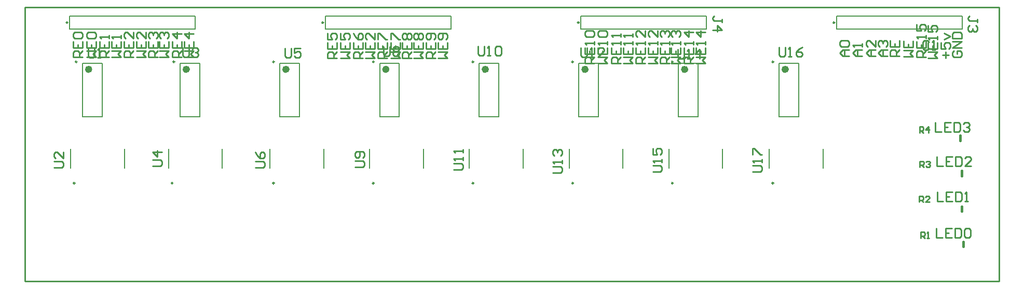
<source format=gto>
G04*
G04 #@! TF.GenerationSoftware,Altium Limited,Altium Designer,25.2.1 (25)*
G04*
G04 Layer_Color=65535*
%FSAX44Y44*%
%MOMM*%
G71*
G04*
G04 #@! TF.SameCoordinates,F3945BAA-94F4-4F02-825A-217E7DD4EA31*
G04*
G04*
G04 #@! TF.FilePolarity,Positive*
G04*
G01*
G75*
%ADD10C,0.2500*%
%ADD11C,0.6000*%
%ADD12C,0.2540*%
%ADD13C,0.2000*%
%ADD14C,0.4000*%
D10*
X00873629Y01145500D02*
G03*
X00873629Y01145500I-00001250J00000000D01*
G01*
X01370750Y01407500D02*
G03*
X01370750Y01407500I-00001250J00000000D01*
G01*
X00536750Y01407499D02*
G03*
X00536750Y01407499I-00001250J00000000D01*
G01*
X00953750Y01407500D02*
G03*
X00953750Y01407500I-00001250J00000000D01*
G01*
X01787750Y01407500D02*
G03*
X01787750Y01407500I-00001250J00000000D01*
G01*
X01036243Y01145500D02*
G03*
X01036243Y01145500I-00001250J00000000D01*
G01*
X01198857D02*
G03*
X01198857Y01145500I-00001250J00000000D01*
G01*
X01361471D02*
G03*
X01361471Y01145500I-00001250J00000000D01*
G01*
X00708100D02*
G03*
X00708100Y01145500I-00001250J00000000D01*
G01*
X00548400D02*
G03*
X00548400Y01145500I-00001250J00000000D01*
G01*
X01688150Y01145500D02*
G03*
X01688150Y01145500I-00001250J00000000D01*
G01*
X01198857Y01343550D02*
G03*
X01198857Y01343550I-00001250J00000000D01*
G01*
X00711014Y01343550D02*
G03*
X00711014Y01343550I-00001250J00000000D01*
G01*
X01361471Y01343550D02*
G03*
X01361471Y01343550I-00001250J00000000D01*
G01*
X01524086Y01343550D02*
G03*
X01524086Y01343550I-00001250J00000000D01*
G01*
X01524086Y01145500D02*
G03*
X01524086Y01145500I-00001250J00000000D01*
G01*
X01688150Y01343550D02*
G03*
X01688150Y01343550I-00001250J00000000D01*
G01*
X00873629Y01343550D02*
G03*
X00873629Y01343550I-00001250J00000000D01*
G01*
X00551750Y01343550D02*
G03*
X00551750Y01343550I-00001250J00000000D01*
G01*
X01036583Y01343550D02*
G03*
X01036583Y01343550I-00001250J00000000D01*
G01*
D11*
X01220857Y01331200D02*
G03*
X01220857Y01331200I-00003000J00000000D01*
G01*
X00733015Y01331200D02*
G03*
X00733015Y01331200I-00003000J00000000D01*
G01*
X01383471Y01331200D02*
G03*
X01383471Y01331200I-00003000J00000000D01*
G01*
X01546086Y01331200D02*
G03*
X01546086Y01331200I-00003000J00000000D01*
G01*
X01710150Y01331200D02*
G03*
X01710150Y01331200I-00003000J00000000D01*
G01*
X00895629Y01331200D02*
G03*
X00895629Y01331200I-00003000J00000000D01*
G01*
X00573750Y01331200D02*
G03*
X00573750Y01331200I-00003000J00000000D01*
G01*
X01058584Y01331200D02*
G03*
X01058584Y01331200I-00003000J00000000D01*
G01*
D12*
X00467250Y00985250D02*
X02055750D01*
X00467250Y01432250D02*
X02055750D01*
Y00985250D02*
Y01432250D01*
X00467250Y00985250D02*
Y01432250D01*
X00561210Y01351540D02*
X00545975D01*
Y01359158D01*
X00548514Y01361697D01*
X00553592D01*
X00556132Y01359158D01*
Y01351540D01*
Y01356618D02*
X00561210Y01361697D01*
X00545975Y01376932D02*
Y01366775D01*
X00561210D01*
Y01376932D01*
X00553592Y01366775D02*
Y01371853D01*
X00548514Y01382010D02*
X00545975Y01384549D01*
Y01389628D01*
X00548514Y01392167D01*
X00558671D01*
X00561210Y01389628D01*
Y01384549D01*
X00558671Y01382010D01*
X00548514D01*
X00567225Y01351540D02*
X00582460D01*
X00577382Y01356618D01*
X00582460Y01361697D01*
X00567225D01*
Y01376932D02*
Y01366775D01*
X00582460D01*
Y01376932D01*
X00574842Y01366775D02*
Y01371853D01*
X00569764Y01382010D02*
X00567225Y01384549D01*
Y01389628D01*
X00569764Y01392167D01*
X00579921D01*
X00582460Y01389628D01*
Y01384549D01*
X00579921Y01382010D01*
X00569764D01*
X00603960Y01351540D02*
X00588725D01*
Y01359158D01*
X00591264Y01361697D01*
X00596342D01*
X00598882Y01359158D01*
Y01351540D01*
Y01356618D02*
X00603960Y01361697D01*
X00588725Y01376932D02*
Y01366775D01*
X00603960D01*
Y01376932D01*
X00596342Y01366775D02*
Y01371853D01*
X00603960Y01382010D02*
Y01387088D01*
Y01384549D01*
X00588725D01*
X00591264Y01382010D01*
X00608225Y01351540D02*
X00623460D01*
X00618382Y01356618D01*
X00623460Y01361697D01*
X00608225D01*
Y01376932D02*
Y01366775D01*
X00623460D01*
Y01376932D01*
X00615843Y01366775D02*
Y01371853D01*
X00623460Y01382010D02*
Y01387088D01*
Y01384549D01*
X00608225D01*
X00610764Y01382010D01*
X00643460Y01351540D02*
X00628225D01*
Y01359158D01*
X00630764Y01361697D01*
X00635842D01*
X00638382Y01359158D01*
Y01351540D01*
Y01356618D02*
X00643460Y01361697D01*
X00628225Y01376932D02*
Y01366775D01*
X00643460D01*
Y01376932D01*
X00635842Y01366775D02*
Y01371853D01*
X00643460Y01392167D02*
Y01382010D01*
X00633303Y01392167D01*
X00630764D01*
X00628225Y01389628D01*
Y01384549D01*
X00630764Y01382010D01*
X00649225Y01351540D02*
X00664460D01*
X00659382Y01356618D01*
X00664460Y01361697D01*
X00649225D01*
Y01376932D02*
Y01366775D01*
X00664460D01*
Y01376932D01*
X00656842Y01366775D02*
Y01371853D01*
X00664460Y01392167D02*
Y01382010D01*
X00654303Y01392167D01*
X00651764D01*
X00649225Y01389628D01*
Y01384549D01*
X00651764Y01382010D01*
X00683710Y01351540D02*
X00668475D01*
Y01359158D01*
X00671014Y01361697D01*
X00676093D01*
X00678632Y01359158D01*
Y01351540D01*
Y01356618D02*
X00683710Y01361697D01*
X00668475Y01376932D02*
Y01366775D01*
X00683710D01*
Y01376932D01*
X00676093Y01366775D02*
Y01371853D01*
X00671014Y01382010D02*
X00668475Y01384549D01*
Y01389628D01*
X00671014Y01392167D01*
X00673553D01*
X00676093Y01389628D01*
Y01387088D01*
Y01389628D01*
X00678632Y01392167D01*
X00681171D01*
X00683710Y01389628D01*
Y01384549D01*
X00681171Y01382010D01*
X00686475Y01351540D02*
X00701710D01*
X00696632Y01356618D01*
X00701710Y01361697D01*
X00686475D01*
Y01376932D02*
Y01366775D01*
X00701710D01*
Y01376932D01*
X00694092Y01366775D02*
Y01371853D01*
X00689014Y01382010D02*
X00686475Y01384549D01*
Y01389628D01*
X00689014Y01392167D01*
X00691553D01*
X00694092Y01389628D01*
Y01387088D01*
Y01389628D01*
X00696632Y01392167D01*
X00699171D01*
X00701710Y01389628D01*
Y01384549D01*
X00699171Y01382010D01*
X00722460Y01351540D02*
X00707225D01*
Y01359158D01*
X00709764Y01361697D01*
X00714843D01*
X00717382Y01359158D01*
Y01351540D01*
Y01356618D02*
X00722460Y01361697D01*
X00707225Y01376932D02*
Y01366775D01*
X00722460D01*
Y01376932D01*
X00714843Y01366775D02*
Y01371853D01*
X00722460Y01389628D02*
X00707225D01*
X00714843Y01382010D01*
Y01392167D01*
X00726475Y01351540D02*
X00741710D01*
X00736632Y01356618D01*
X00741710Y01361697D01*
X00726475D01*
Y01376932D02*
Y01366775D01*
X00741710D01*
Y01376932D01*
X00734092Y01366775D02*
Y01371853D01*
X00741710Y01389628D02*
X00726475D01*
X00734092Y01382010D01*
Y01392167D01*
X01140725Y01349290D02*
X01155960D01*
X01150882Y01354368D01*
X01155960Y01359447D01*
X01140725D01*
Y01374682D02*
Y01364525D01*
X01155960D01*
Y01374682D01*
X01148343Y01364525D02*
Y01369603D01*
X01153421Y01379760D02*
X01155960Y01382299D01*
Y01387378D01*
X01153421Y01389917D01*
X01143264D01*
X01140725Y01387378D01*
Y01382299D01*
X01143264Y01379760D01*
X01145803D01*
X01148343Y01382299D01*
Y01389917D01*
X01136710Y01349290D02*
X01121475D01*
Y01356908D01*
X01124014Y01359447D01*
X01129092D01*
X01131632Y01356908D01*
Y01349290D01*
Y01354368D02*
X01136710Y01359447D01*
X01121475Y01374682D02*
Y01364525D01*
X01136710D01*
Y01374682D01*
X01129092Y01364525D02*
Y01369603D01*
X01134171Y01379760D02*
X01136710Y01382299D01*
Y01387378D01*
X01134171Y01389917D01*
X01124014D01*
X01121475Y01387378D01*
Y01382299D01*
X01124014Y01379760D01*
X01126553D01*
X01129092Y01382299D01*
Y01389917D01*
X01100725Y01349290D02*
X01115960D01*
X01110882Y01354368D01*
X01115960Y01359447D01*
X01100725D01*
Y01374682D02*
Y01364525D01*
X01115960D01*
Y01374682D01*
X01108342Y01364525D02*
Y01369603D01*
X01103264Y01379760D02*
X01100725Y01382299D01*
Y01387378D01*
X01103264Y01389917D01*
X01105803D01*
X01108342Y01387378D01*
X01110882Y01389917D01*
X01113421D01*
X01115960Y01387378D01*
Y01382299D01*
X01113421Y01379760D01*
X01110882D01*
X01108342Y01382299D01*
X01105803Y01379760D01*
X01103264D01*
X01108342Y01382299D02*
Y01387378D01*
X01097960Y01349290D02*
X01082725D01*
Y01356908D01*
X01085264Y01359447D01*
X01090342D01*
X01092882Y01356908D01*
Y01349290D01*
Y01354368D02*
X01097960Y01359447D01*
X01082725Y01374682D02*
Y01364525D01*
X01097960D01*
Y01374682D01*
X01090342Y01364525D02*
Y01369603D01*
X01085264Y01379760D02*
X01082725Y01382299D01*
Y01387378D01*
X01085264Y01389917D01*
X01087803D01*
X01090342Y01387378D01*
X01092882Y01389917D01*
X01095421D01*
X01097960Y01387378D01*
Y01382299D01*
X01095421Y01379760D01*
X01092882D01*
X01090342Y01382299D01*
X01087803Y01379760D01*
X01085264D01*
X01090342Y01382299D02*
Y01387378D01*
X01063475Y01349290D02*
X01078710D01*
X01073632Y01354368D01*
X01078710Y01359447D01*
X01063475D01*
Y01374682D02*
Y01364525D01*
X01078710D01*
Y01374682D01*
X01071092Y01364525D02*
Y01369603D01*
X01063475Y01379760D02*
Y01389917D01*
X01066014D01*
X01076171Y01379760D01*
X01078710D01*
X01057710Y01349290D02*
X01042475D01*
Y01356908D01*
X01045014Y01359447D01*
X01050092D01*
X01052632Y01356908D01*
Y01349290D01*
Y01354368D02*
X01057710Y01359447D01*
X01042475Y01374682D02*
Y01364525D01*
X01057710D01*
Y01374682D01*
X01050092Y01364525D02*
Y01369603D01*
X01042475Y01379760D02*
Y01389917D01*
X01045014D01*
X01055171Y01379760D01*
X01057710D01*
X01022475Y01349290D02*
X01037710D01*
X01032632Y01354368D01*
X01037710Y01359447D01*
X01022475D01*
Y01374682D02*
Y01364525D01*
X01037710D01*
Y01374682D01*
X01030092Y01364525D02*
Y01369603D01*
X01037710Y01389917D02*
Y01379760D01*
X01027553Y01389917D01*
X01025014D01*
X01022475Y01387378D01*
Y01382299D01*
X01025014Y01379760D01*
X01018210Y01349290D02*
X01002975D01*
Y01356908D01*
X01005514Y01359447D01*
X01010592D01*
X01013132Y01356908D01*
Y01349290D01*
Y01354368D02*
X01018210Y01359447D01*
X01002975Y01374682D02*
Y01364525D01*
X01018210D01*
Y01374682D01*
X01010592Y01364525D02*
Y01369603D01*
X01002975Y01389917D02*
X01005514Y01384839D01*
X01010592Y01379760D01*
X01015671D01*
X01018210Y01382299D01*
Y01387378D01*
X01015671Y01389917D01*
X01013132D01*
X01010592Y01387378D01*
Y01379760D01*
X00981475Y01349290D02*
X00996710D01*
X00991632Y01354368D01*
X00996710Y01359447D01*
X00981475D01*
Y01374682D02*
Y01364525D01*
X00996710D01*
Y01374682D01*
X00989092Y01364525D02*
Y01369603D01*
X00981475Y01389917D02*
Y01379760D01*
X00989092D01*
X00986553Y01384839D01*
Y01387378D01*
X00989092Y01389917D01*
X00994171D01*
X00996710Y01387378D01*
Y01382299D01*
X00994171Y01379760D01*
X00975460Y01349290D02*
X00960225D01*
Y01356908D01*
X00962764Y01359447D01*
X00967842D01*
X00970382Y01356908D01*
Y01349290D01*
Y01354368D02*
X00975460Y01359447D01*
X00960225Y01374682D02*
Y01364525D01*
X00975460D01*
Y01374682D01*
X00967842Y01364525D02*
Y01369603D01*
X00960225Y01389917D02*
Y01379760D01*
X00967842D01*
X00965303Y01384839D01*
Y01387378D01*
X00967842Y01389917D01*
X00972921D01*
X00975460Y01387378D01*
Y01382299D01*
X00972921Y01379760D01*
X01561225Y01341040D02*
X01576460D01*
X01571382Y01346118D01*
X01576460Y01351197D01*
X01561225D01*
Y01366432D02*
Y01356275D01*
X01576460D01*
Y01366432D01*
X01568842Y01356275D02*
Y01361353D01*
X01576460Y01371510D02*
Y01376588D01*
Y01374049D01*
X01561225D01*
X01563764Y01371510D01*
X01576460Y01391823D02*
X01561225D01*
X01568842Y01384206D01*
Y01394363D01*
X01557210Y01341040D02*
X01541975D01*
Y01348658D01*
X01544514Y01351197D01*
X01549592D01*
X01552132Y01348658D01*
Y01341040D01*
Y01346118D02*
X01557210Y01351197D01*
X01541975Y01366432D02*
Y01356275D01*
X01557210D01*
Y01366432D01*
X01549592Y01356275D02*
Y01361353D01*
X01557210Y01371510D02*
Y01376588D01*
Y01374049D01*
X01541975D01*
X01544514Y01371510D01*
X01557210Y01391823D02*
X01541975D01*
X01549592Y01384206D01*
Y01394363D01*
X01521225Y01341040D02*
X01536460D01*
X01531382Y01346118D01*
X01536460Y01351197D01*
X01521225D01*
Y01366432D02*
Y01356275D01*
X01536460D01*
Y01366432D01*
X01528842Y01356275D02*
Y01361353D01*
X01536460Y01371510D02*
Y01376588D01*
Y01374049D01*
X01521225D01*
X01523764Y01371510D01*
Y01384206D02*
X01521225Y01386745D01*
Y01391823D01*
X01523764Y01394363D01*
X01526303D01*
X01528842Y01391823D01*
Y01389284D01*
Y01391823D01*
X01531382Y01394363D01*
X01533921D01*
X01536460Y01391823D01*
Y01386745D01*
X01533921Y01384206D01*
X01518460Y01341040D02*
X01503225D01*
Y01348658D01*
X01505764Y01351197D01*
X01510842D01*
X01513382Y01348658D01*
Y01341040D01*
Y01346118D02*
X01518460Y01351197D01*
X01503225Y01366432D02*
Y01356275D01*
X01518460D01*
Y01366432D01*
X01510842Y01356275D02*
Y01361353D01*
X01518460Y01371510D02*
Y01376588D01*
Y01374049D01*
X01503225D01*
X01505764Y01371510D01*
Y01384206D02*
X01503225Y01386745D01*
Y01391823D01*
X01505764Y01394363D01*
X01508303D01*
X01510842Y01391823D01*
Y01389284D01*
Y01391823D01*
X01513382Y01394363D01*
X01515921D01*
X01518460Y01391823D01*
Y01386745D01*
X01515921Y01384206D01*
X01483975Y01341040D02*
X01499210D01*
X01494132Y01346118D01*
X01499210Y01351197D01*
X01483975D01*
Y01366432D02*
Y01356275D01*
X01499210D01*
Y01366432D01*
X01491592Y01356275D02*
Y01361353D01*
X01499210Y01371510D02*
Y01376588D01*
Y01374049D01*
X01483975D01*
X01486514Y01371510D01*
X01499210Y01394363D02*
Y01384206D01*
X01489053Y01394363D01*
X01486514D01*
X01483975Y01391823D01*
Y01386745D01*
X01486514Y01384206D01*
X01478210Y01341040D02*
X01462975D01*
Y01348658D01*
X01465514Y01351197D01*
X01470592D01*
X01473132Y01348658D01*
Y01341040D01*
Y01346118D02*
X01478210Y01351197D01*
X01462975Y01366432D02*
Y01356275D01*
X01478210D01*
Y01366432D01*
X01470592Y01356275D02*
Y01361353D01*
X01478210Y01371510D02*
Y01376588D01*
Y01374049D01*
X01462975D01*
X01465514Y01371510D01*
X01478210Y01394363D02*
Y01384206D01*
X01468053Y01394363D01*
X01465514D01*
X01462975Y01391823D01*
Y01386745D01*
X01465514Y01384206D01*
X01442975Y01341040D02*
X01458210D01*
X01453132Y01346118D01*
X01458210Y01351197D01*
X01442975D01*
Y01366432D02*
Y01356275D01*
X01458210D01*
Y01366432D01*
X01450592Y01356275D02*
Y01361353D01*
X01458210Y01371510D02*
Y01376588D01*
Y01374049D01*
X01442975D01*
X01445514Y01371510D01*
X01458210Y01384206D02*
Y01389284D01*
Y01386745D01*
X01442975D01*
X01445514Y01384206D01*
X01438710Y01341040D02*
X01423475D01*
Y01348658D01*
X01426014Y01351197D01*
X01431092D01*
X01433632Y01348658D01*
Y01341040D01*
Y01346118D02*
X01438710Y01351197D01*
X01423475Y01366432D02*
Y01356275D01*
X01438710D01*
Y01366432D01*
X01431092Y01356275D02*
Y01361353D01*
X01438710Y01371510D02*
Y01376588D01*
Y01374049D01*
X01423475D01*
X01426014Y01371510D01*
X01438710Y01384206D02*
Y01389284D01*
Y01386745D01*
X01423475D01*
X01426014Y01384206D01*
X01401975Y01341040D02*
X01417210D01*
X01412132Y01346118D01*
X01417210Y01351197D01*
X01401975D01*
Y01366432D02*
Y01356275D01*
X01417210D01*
Y01366432D01*
X01409592Y01356275D02*
Y01361353D01*
X01417210Y01371510D02*
Y01376588D01*
Y01374049D01*
X01401975D01*
X01404514Y01371510D01*
Y01384206D02*
X01401975Y01386745D01*
Y01391823D01*
X01404514Y01394363D01*
X01414671D01*
X01417210Y01391823D01*
Y01386745D01*
X01414671Y01384206D01*
X01404514D01*
X01395960Y01341040D02*
X01380725D01*
Y01348658D01*
X01383264Y01351197D01*
X01388342D01*
X01390882Y01348658D01*
Y01341040D01*
Y01346118D02*
X01395960Y01351197D01*
X01380725Y01366432D02*
Y01356275D01*
X01395960D01*
Y01366432D01*
X01388342Y01356275D02*
Y01361353D01*
X01395960Y01371510D02*
Y01376588D01*
Y01374049D01*
X01380725D01*
X01383264Y01371510D01*
Y01384206D02*
X01380725Y01386745D01*
Y01391823D01*
X01383264Y01394363D01*
X01393421D01*
X01395960Y01391823D01*
Y01386745D01*
X01393421Y01384206D01*
X01383264D01*
X01982514Y01360947D02*
X01979975Y01358407D01*
Y01353329D01*
X01982514Y01350790D01*
X01992671D01*
X01995210Y01353329D01*
Y01358407D01*
X01992671Y01360947D01*
X01987592D01*
Y01355868D01*
X01995210Y01366025D02*
X01979975D01*
X01995210Y01376182D01*
X01979975D01*
Y01381260D02*
X01995210D01*
Y01388878D01*
X01992671Y01391417D01*
X01982514D01*
X01979975Y01388878D01*
Y01381260D01*
X01968592Y01349790D02*
Y01359947D01*
X01963514Y01354868D02*
X01973671D01*
X01960975Y01375182D02*
Y01365025D01*
X01968592D01*
X01966053Y01370103D01*
Y01372643D01*
X01968592Y01375182D01*
X01973671D01*
X01976210Y01372643D01*
Y01367564D01*
X01973671Y01365025D01*
X01966053Y01380260D02*
X01976210Y01385338D01*
X01966053Y01390417D01*
X01940225Y01349290D02*
X01955460D01*
X01950382Y01354368D01*
X01955460Y01359447D01*
X01940225D01*
Y01374682D02*
Y01364525D01*
X01955460D01*
Y01374682D01*
X01947842Y01364525D02*
Y01369603D01*
X01955460Y01379760D02*
Y01384839D01*
Y01382299D01*
X01940225D01*
X01942764Y01379760D01*
X01940225Y01402613D02*
Y01392456D01*
X01947842D01*
X01945303Y01397534D01*
Y01400074D01*
X01947842Y01402613D01*
X01952921D01*
X01955460Y01400074D01*
Y01394995D01*
X01952921Y01392456D01*
X01936460Y01351290D02*
X01921225D01*
Y01358907D01*
X01923764Y01361447D01*
X01928842D01*
X01931382Y01358907D01*
Y01351290D01*
Y01356368D02*
X01936460Y01361447D01*
X01921225Y01376682D02*
Y01366525D01*
X01936460D01*
Y01376682D01*
X01928842Y01366525D02*
Y01371603D01*
X01936460Y01381760D02*
Y01386839D01*
Y01384299D01*
X01921225D01*
X01923764Y01381760D01*
X01921225Y01404613D02*
Y01394456D01*
X01928842D01*
X01926303Y01399534D01*
Y01402074D01*
X01928842Y01404613D01*
X01933921D01*
X01936460Y01402074D01*
Y01396995D01*
X01933921Y01394456D01*
X01900225Y01351790D02*
X01915460D01*
X01910382Y01356868D01*
X01915460Y01361947D01*
X01900225D01*
Y01377182D02*
Y01367025D01*
X01915460D01*
Y01377182D01*
X01907842Y01367025D02*
Y01372103D01*
X01893710Y01352790D02*
X01878475D01*
Y01360408D01*
X01881014Y01362947D01*
X01886092D01*
X01888632Y01360408D01*
Y01352790D01*
Y01357868D02*
X01893710Y01362947D01*
X01878475Y01378182D02*
Y01368025D01*
X01893710D01*
Y01378182D01*
X01886092Y01368025D02*
Y01373103D01*
X01873710Y01352790D02*
X01863553D01*
X01858475Y01357868D01*
X01863553Y01362947D01*
X01873710D01*
X01866092D01*
Y01352790D01*
X01861014Y01368025D02*
X01858475Y01370564D01*
Y01375643D01*
X01861014Y01378182D01*
X01863553D01*
X01866092Y01375643D01*
Y01373103D01*
Y01375643D01*
X01868632Y01378182D01*
X01871171D01*
X01873710Y01375643D01*
Y01370564D01*
X01871171Y01368025D01*
X01854210Y01352790D02*
X01844053D01*
X01838975Y01357868D01*
X01844053Y01362947D01*
X01854210D01*
X01846592D01*
Y01352790D01*
X01854210Y01378182D02*
Y01368025D01*
X01844053Y01378182D01*
X01841514D01*
X01838975Y01375643D01*
Y01370564D01*
X01841514Y01368025D01*
X01832710Y01352790D02*
X01822553D01*
X01817475Y01357868D01*
X01822553Y01362947D01*
X01832710D01*
X01825092D01*
Y01352790D01*
X01832710Y01368025D02*
Y01373103D01*
Y01370564D01*
X01817475D01*
X01820014Y01368025D01*
X01811460Y01352790D02*
X01801303D01*
X01796225Y01357868D01*
X01801303Y01362947D01*
X01811460D01*
X01803842D01*
Y01352790D01*
X01798764Y01368025D02*
X01796225Y01370564D01*
Y01375643D01*
X01798764Y01378182D01*
X01808921D01*
X01811460Y01375643D01*
Y01370564D01*
X01808921Y01368025D01*
X01798764D01*
X01654133Y01164206D02*
X01666828D01*
X01669368Y01166745D01*
Y01171824D01*
X01666828Y01174363D01*
X01654133D01*
X01669368Y01179441D02*
Y01184520D01*
Y01181980D01*
X01654133D01*
X01656672Y01179441D01*
X01654133Y01192137D02*
Y01202294D01*
X01656672D01*
X01666828Y01192137D01*
X01669368D01*
X01697206Y01367117D02*
Y01354422D01*
X01699745Y01351882D01*
X01704824D01*
X01707363Y01354422D01*
Y01367117D01*
X01712441Y01351882D02*
X01717520D01*
X01714980D01*
Y01367117D01*
X01712441Y01364578D01*
X01735294Y01367117D02*
X01730215Y01364578D01*
X01725137Y01359500D01*
Y01354422D01*
X01727676Y01351882D01*
X01732755D01*
X01735294Y01354422D01*
Y01356961D01*
X01732755Y01359500D01*
X01725137D01*
X01490883Y01164456D02*
X01503578D01*
X01506118Y01166995D01*
Y01172074D01*
X01503578Y01174613D01*
X01490883D01*
X01506118Y01179691D02*
Y01184770D01*
Y01182230D01*
X01490883D01*
X01493422Y01179691D01*
X01490883Y01202544D02*
Y01192387D01*
X01498500D01*
X01495961Y01197466D01*
Y01200005D01*
X01498500Y01202544D01*
X01503578D01*
X01506118Y01200005D01*
Y01194926D01*
X01503578Y01192387D01*
X01531706Y01363618D02*
Y01350922D01*
X01534245Y01348383D01*
X01539324D01*
X01541863Y01350922D01*
Y01363618D01*
X01546941Y01348383D02*
X01552020D01*
X01549480D01*
Y01363618D01*
X01546941Y01361078D01*
X01567255Y01348383D02*
Y01363618D01*
X01559637Y01356000D01*
X01569794D01*
X01328132Y01162206D02*
X01340828D01*
X01343367Y01164745D01*
Y01169824D01*
X01340828Y01172363D01*
X01328132D01*
X01343367Y01177441D02*
Y01182520D01*
Y01179980D01*
X01328132D01*
X01330672Y01177441D01*
Y01190137D02*
X01328132Y01192676D01*
Y01197755D01*
X01330672Y01200294D01*
X01333211D01*
X01335750Y01197755D01*
Y01195216D01*
Y01197755D01*
X01338289Y01200294D01*
X01340828D01*
X01343367Y01197755D01*
Y01192676D01*
X01340828Y01190137D01*
X01373706Y01366617D02*
Y01353922D01*
X01376245Y01351382D01*
X01381324D01*
X01383863Y01353922D01*
Y01366617D01*
X01388941Y01351382D02*
X01394020D01*
X01391480D01*
Y01366617D01*
X01388941Y01364078D01*
X01411794Y01351382D02*
X01401637D01*
X01411794Y01361539D01*
Y01364078D01*
X01409255Y01366617D01*
X01404176D01*
X01401637Y01364078D01*
X01166133Y01167745D02*
X01178828D01*
X01181367Y01170285D01*
Y01175363D01*
X01178828Y01177902D01*
X01166133D01*
X01181367Y01182980D02*
Y01188059D01*
Y01185520D01*
X01166133D01*
X01168672Y01182980D01*
X01181367Y01195676D02*
Y01200755D01*
Y01198215D01*
X01166133D01*
X01168672Y01195676D01*
X01206206Y01369117D02*
Y01356422D01*
X01208745Y01353882D01*
X01213824D01*
X01216363Y01356422D01*
Y01369117D01*
X01221441Y01353882D02*
X01226520D01*
X01223980D01*
Y01369117D01*
X01221441Y01366578D01*
X01234137D02*
X01236676Y01369117D01*
X01241755D01*
X01244294Y01366578D01*
Y01356422D01*
X01241755Y01353882D01*
X01236676D01*
X01234137Y01356422D01*
Y01366578D01*
X01005383Y01171554D02*
X01018078D01*
X01020618Y01174093D01*
Y01179172D01*
X01018078Y01181711D01*
X01005383D01*
X01018078Y01186789D02*
X01020618Y01189328D01*
Y01194407D01*
X01018078Y01196946D01*
X01007922D01*
X01005383Y01194407D01*
Y01189328D01*
X01007922Y01186789D01*
X01010461D01*
X01013000Y01189328D01*
Y01196946D01*
X01051804Y01368118D02*
Y01355422D01*
X01054343Y01352883D01*
X01059422D01*
X01061961Y01355422D01*
Y01368118D01*
X01067039Y01365578D02*
X01069578Y01368118D01*
X01074657D01*
X01077196Y01365578D01*
Y01363039D01*
X01074657Y01360500D01*
X01077196Y01357961D01*
Y01355422D01*
X01074657Y01352883D01*
X01069578D01*
X01067039Y01355422D01*
Y01357961D01*
X01069578Y01360500D01*
X01067039Y01363039D01*
Y01365578D01*
X01069578Y01360500D02*
X01074657D01*
X00842632Y01171054D02*
X00855328D01*
X00857868Y01173593D01*
Y01178672D01*
X00855328Y01181211D01*
X00842632D01*
Y01196446D02*
X00845172Y01191367D01*
X00850250Y01186289D01*
X00855328D01*
X00857868Y01188828D01*
Y01193907D01*
X00855328Y01196446D01*
X00852789D01*
X00850250Y01193907D01*
Y01186289D01*
X00891304Y01365618D02*
Y01352922D01*
X00893843Y01350383D01*
X00898922D01*
X00901461Y01352922D01*
Y01365618D01*
X00916696D02*
X00906539D01*
Y01358000D01*
X00911618Y01360539D01*
X00914157D01*
X00916696Y01358000D01*
Y01352922D01*
X00914157Y01350383D01*
X00909078D01*
X00906539Y01352922D01*
X00675382Y01173304D02*
X00688078D01*
X00690618Y01175843D01*
Y01180922D01*
X00688078Y01183461D01*
X00675382D01*
X00690618Y01196157D02*
X00675382D01*
X00683000Y01188539D01*
Y01198696D01*
X01603626Y01407884D02*
Y01412963D01*
Y01410423D01*
X01590930D01*
X01588391Y01412963D01*
Y01415502D01*
X01590930Y01418041D01*
X01588391Y01395188D02*
X01603626D01*
X01596008Y01402806D01*
Y01392649D01*
X02020626Y01407884D02*
Y01412963D01*
Y01410423D01*
X02007930D01*
X02005391Y01412963D01*
Y01415502D01*
X02007930Y01418041D01*
X02018087Y01402806D02*
X02020626Y01400267D01*
Y01395188D01*
X02018087Y01392649D01*
X02015548D01*
X02013009Y01395188D01*
Y01397728D01*
Y01395188D01*
X02010469Y01392649D01*
X02007930D01*
X02005391Y01395188D01*
Y01400267D01*
X02007930Y01402806D01*
X01952069Y01244118D02*
Y01228883D01*
X01962226D01*
X01977461Y01244118D02*
X01967304D01*
Y01228883D01*
X01977461D01*
X01967304Y01236500D02*
X01972382D01*
X01982539Y01244118D02*
Y01228883D01*
X01990157D01*
X01992696Y01231422D01*
Y01241579D01*
X01990157Y01244118D01*
X01982539D01*
X01997774Y01241579D02*
X02000313Y01244118D01*
X02005392D01*
X02007931Y01241579D01*
Y01239040D01*
X02005392Y01236500D01*
X02002853D01*
X02005392D01*
X02007931Y01233961D01*
Y01231422D01*
X02005392Y01228883D01*
X02000313D01*
X01997774Y01231422D01*
X01954069Y01188534D02*
Y01173299D01*
X01964226D01*
X01979461Y01188534D02*
X01969304D01*
Y01173299D01*
X01979461D01*
X01969304Y01180917D02*
X01974382D01*
X01984539Y01188534D02*
Y01173299D01*
X01992157D01*
X01994696Y01175838D01*
Y01185995D01*
X01992157Y01188534D01*
X01984539D01*
X02009931Y01173299D02*
X01999774D01*
X02009931Y01183456D01*
Y01185995D01*
X02007392Y01188534D01*
X02002313D01*
X01999774Y01185995D01*
X01954858Y01131451D02*
Y01116216D01*
X01965014D01*
X01980250Y01131451D02*
X01970093D01*
Y01116216D01*
X01980250D01*
X01970093Y01123833D02*
X01975171D01*
X01985328Y01131451D02*
Y01116216D01*
X01992946D01*
X01995485Y01118755D01*
Y01128912D01*
X01992946Y01131451D01*
X01985328D01*
X02000563Y01116216D02*
X02005641D01*
X02003102D01*
Y01131451D01*
X02000563Y01128912D01*
X01953819Y01071618D02*
Y01056383D01*
X01963976D01*
X01979211Y01071618D02*
X01969054D01*
Y01056383D01*
X01979211D01*
X01969054Y01064000D02*
X01974132D01*
X01984289Y01071618D02*
Y01056383D01*
X01991907D01*
X01994446Y01058922D01*
Y01069078D01*
X01991907Y01071618D01*
X01984289D01*
X01999524Y01069078D02*
X02002063Y01071618D01*
X02007142D01*
X02009681Y01069078D01*
Y01058922D01*
X02007142Y01056383D01*
X02002063D01*
X01999524Y01058922D01*
Y01069078D01*
X00724304Y01366617D02*
Y01353922D01*
X00726843Y01351382D01*
X00731922D01*
X00734461Y01353922D01*
Y01366617D01*
X00739539Y01364078D02*
X00742078Y01366617D01*
X00747157D01*
X00749696Y01364078D01*
Y01361539D01*
X00747157Y01359000D01*
X00744617D01*
X00747157D01*
X00749696Y01356461D01*
Y01353922D01*
X00747157Y01351382D01*
X00742078D01*
X00739539Y01353922D01*
X00514383Y01170554D02*
X00527078D01*
X00529618Y01173093D01*
Y01178172D01*
X00527078Y01180711D01*
X00514383D01*
X00529618Y01195946D02*
Y01185789D01*
X00519461Y01195946D01*
X00516922D01*
X00514383Y01193407D01*
Y01188328D01*
X00516922Y01185789D01*
X00570343Y01365867D02*
Y01353172D01*
X00572882Y01350632D01*
X00577961D01*
X00580500Y01353172D01*
Y01365867D01*
X00585578Y01350632D02*
X00590657D01*
X00588118D01*
Y01365867D01*
X00585578Y01363328D01*
X01926120Y01227502D02*
Y01237498D01*
X01931118D01*
X01932784Y01235832D01*
Y01232500D01*
X01931118Y01230834D01*
X01926120D01*
X01929452D02*
X01932784Y01227502D01*
X01941115D02*
Y01237498D01*
X01936117Y01232500D01*
X01942781D01*
X01926870Y01171419D02*
Y01181415D01*
X01931869D01*
X01933535Y01179749D01*
Y01176417D01*
X01931869Y01174751D01*
X01926870D01*
X01930202D02*
X01933535Y01171419D01*
X01936867Y01179749D02*
X01938533Y01181415D01*
X01941865D01*
X01943531Y01179749D01*
Y01178083D01*
X01941865Y01176417D01*
X01940199D01*
X01941865D01*
X01943531Y01174751D01*
Y01173085D01*
X01941865Y01171419D01*
X01938533D01*
X01936867Y01173085D01*
X01925620Y01114585D02*
Y01124582D01*
X01930618D01*
X01932284Y01122916D01*
Y01119583D01*
X01930618Y01117917D01*
X01925620D01*
X01928952D02*
X01932284Y01114585D01*
X01942281D02*
X01935616D01*
X01942281Y01121249D01*
Y01122916D01*
X01940615Y01124582D01*
X01937283D01*
X01935616Y01122916D01*
X01928536Y01056002D02*
Y01065998D01*
X01933534D01*
X01935200Y01064332D01*
Y01061000D01*
X01933534Y01059334D01*
X01928536D01*
X01931868D02*
X01935200Y01056002D01*
X01938533D02*
X01941865D01*
X01940199D01*
Y01065998D01*
X01938533Y01064332D01*
X01941762Y01375828D02*
X01939223Y01378367D01*
X01934145D01*
X01931606Y01375828D01*
Y01365672D01*
X01934145Y01363132D01*
X01939223D01*
X01941762Y01365672D01*
X01946841Y01363132D02*
X01951919D01*
X01949380D01*
Y01378367D01*
X01946841Y01375828D01*
D13*
X00954229Y01170250D02*
Y01201250D01*
X00866729Y01170250D02*
Y01201250D01*
X01373750Y01396500D02*
Y01418500D01*
Y01396500D02*
X01578750D01*
Y01418500D01*
X01373750D02*
X01578750D01*
X00539750Y01418499D02*
X00744750D01*
Y01396499D02*
Y01418499D01*
X00539750Y01396499D02*
X00744750D01*
X00539750D02*
Y01418499D01*
X00956751Y01418500D02*
X01161750D01*
Y01396500D02*
Y01418500D01*
X00956751Y01396500D02*
X01161750D01*
X00956751D02*
Y01418500D01*
X01790750Y01396500D02*
Y01418500D01*
Y01396500D02*
X01995750D01*
Y01418500D01*
X01790750D02*
X01995750D01*
X01116843Y01170250D02*
Y01201250D01*
X01029343Y01170250D02*
Y01201250D01*
X01279457Y01170250D02*
Y01201250D01*
X01191957Y01170250D02*
Y01201250D01*
X01442071Y01170250D02*
Y01201250D01*
X01354571Y01170250D02*
Y01201250D01*
X00788700Y01170250D02*
Y01201250D01*
X00701200Y01170250D02*
Y01201250D01*
X00629000Y01170250D02*
Y01201250D01*
X00541500Y01170250D02*
Y01201250D01*
X01768750Y01170250D02*
Y01201250D01*
X01681250Y01170250D02*
Y01201250D01*
X01207857Y01253450D02*
X01239857D01*
X01207857Y01340950D02*
X01239857D01*
Y01253450D02*
Y01340950D01*
X01207857Y01253450D02*
Y01340950D01*
X00720014Y01253450D02*
X00752015D01*
X00720014Y01340950D02*
X00752015D01*
Y01253450D02*
Y01340950D01*
X00720014Y01253450D02*
Y01340950D01*
X01370471Y01253450D02*
X01402471D01*
X01370471Y01340950D02*
X01402471D01*
Y01253450D02*
Y01340950D01*
X01370471Y01253450D02*
Y01340950D01*
X01533086Y01253450D02*
X01565085D01*
X01533086Y01340950D02*
X01565085D01*
Y01253450D02*
Y01340950D01*
X01533086Y01253450D02*
Y01340950D01*
X01604686Y01170250D02*
Y01201250D01*
X01517186Y01170250D02*
Y01201250D01*
X01697150Y01253450D02*
X01729150D01*
X01697150Y01340950D02*
X01729150D01*
Y01253450D02*
Y01340950D01*
X01697150Y01253450D02*
Y01340950D01*
X00882629Y01253450D02*
X00914629D01*
X00882629Y01340950D02*
X00914629D01*
Y01253450D02*
Y01340950D01*
X00882629Y01253450D02*
Y01340950D01*
X00560750Y01253450D02*
X00592750D01*
X00560750Y01340950D02*
X00592750D01*
Y01253450D02*
Y01340950D01*
X00560750Y01253450D02*
Y01340950D01*
X01045583Y01253450D02*
X01077583D01*
X01045583Y01340950D02*
X01077583D01*
Y01253450D02*
Y01340950D01*
X01045583Y01253450D02*
Y01340950D01*
D14*
X01997750Y01041750D02*
Y01049750D01*
X01995250Y01099583D02*
Y01107583D01*
X01995250Y01157417D02*
Y01165417D01*
X01992250Y01215250D02*
Y01223250D01*
M02*

</source>
